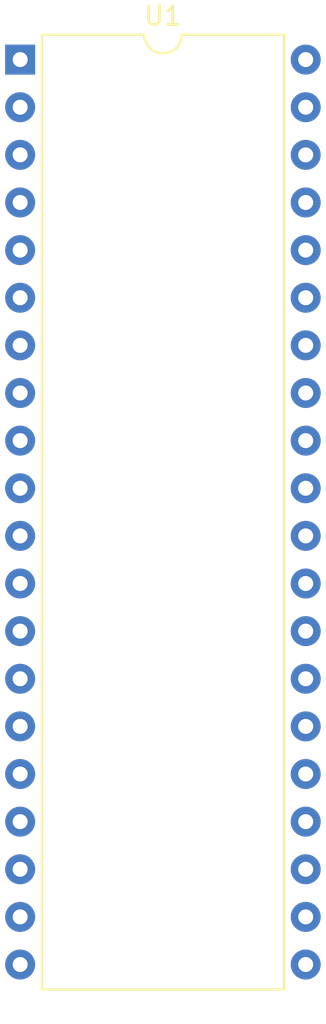
<source format=kicad_pcb>
(kicad_pcb (version 20171130) (host pcbnew 5.1.9-73d0e3b20d~88~ubuntu18.04.1)

  (general
    (thickness 1.6)
    (drawings 0)
    (tracks 0)
    (zones 0)
    (modules 1)
    (nets 2)
  )

  (page A4)
  (layers
    (0 F.Cu signal)
    (31 B.Cu signal)
    (32 B.Adhes user)
    (33 F.Adhes user)
    (34 B.Paste user)
    (35 F.Paste user)
    (36 B.SilkS user)
    (37 F.SilkS user)
    (38 B.Mask user)
    (39 F.Mask user)
    (40 Dwgs.User user)
    (41 Cmts.User user)
    (42 Eco1.User user)
    (43 Eco2.User user)
    (44 Edge.Cuts user)
    (45 Margin user)
    (46 B.CrtYd user)
    (47 F.CrtYd user)
    (48 B.Fab user)
    (49 F.Fab user)
  )

  (setup
    (last_trace_width 0.25)
    (trace_clearance 0.2)
    (zone_clearance 0.508)
    (zone_45_only no)
    (trace_min 0.2)
    (via_size 0.8)
    (via_drill 0.4)
    (via_min_size 0.4)
    (via_min_drill 0.3)
    (uvia_size 0.3)
    (uvia_drill 0.1)
    (uvias_allowed no)
    (uvia_min_size 0.2)
    (uvia_min_drill 0.1)
    (edge_width 0.05)
    (segment_width 0.2)
    (pcb_text_width 0.3)
    (pcb_text_size 1.5 1.5)
    (mod_edge_width 0.12)
    (mod_text_size 1 1)
    (mod_text_width 0.15)
    (pad_size 1.524 1.524)
    (pad_drill 0.762)
    (pad_to_mask_clearance 0)
    (aux_axis_origin 0 0)
    (visible_elements FFFFFF7F)
    (pcbplotparams
      (layerselection 0x010fc_ffffffff)
      (usegerberextensions false)
      (usegerberattributes true)
      (usegerberadvancedattributes true)
      (creategerberjobfile true)
      (excludeedgelayer true)
      (linewidth 0.100000)
      (plotframeref false)
      (viasonmask false)
      (mode 1)
      (useauxorigin false)
      (hpglpennumber 1)
      (hpglpenspeed 20)
      (hpglpendiameter 15.000000)
      (psnegative false)
      (psa4output false)
      (plotreference true)
      (plotvalue true)
      (plotinvisibletext false)
      (padsonsilk false)
      (subtractmaskfromsilk false)
      (outputformat 1)
      (mirror false)
      (drillshape 1)
      (scaleselection 1)
      (outputdirectory ""))
  )

  (net 0 "")
  (net 1 "Net-(U1-Pad11)")

  (net_class Default "This is the default net class."
    (clearance 0.2)
    (trace_width 0.25)
    (via_dia 0.8)
    (via_drill 0.4)
    (uvia_dia 0.3)
    (uvia_drill 0.1)
    (add_net "Net-(U1-Pad1)")
    (add_net "Net-(U1-Pad10)")
    (add_net "Net-(U1-Pad11)")
    (add_net "Net-(U1-Pad12)")
    (add_net "Net-(U1-Pad13)")
    (add_net "Net-(U1-Pad14)")
    (add_net "Net-(U1-Pad15)")
    (add_net "Net-(U1-Pad16)")
    (add_net "Net-(U1-Pad17)")
    (add_net "Net-(U1-Pad18)")
    (add_net "Net-(U1-Pad19)")
    (add_net "Net-(U1-Pad2)")
    (add_net "Net-(U1-Pad20)")
    (add_net "Net-(U1-Pad21)")
    (add_net "Net-(U1-Pad22)")
    (add_net "Net-(U1-Pad23)")
    (add_net "Net-(U1-Pad24)")
    (add_net "Net-(U1-Pad25)")
    (add_net "Net-(U1-Pad26)")
    (add_net "Net-(U1-Pad27)")
    (add_net "Net-(U1-Pad28)")
    (add_net "Net-(U1-Pad29)")
    (add_net "Net-(U1-Pad3)")
    (add_net "Net-(U1-Pad30)")
    (add_net "Net-(U1-Pad32)")
    (add_net "Net-(U1-Pad33)")
    (add_net "Net-(U1-Pad34)")
    (add_net "Net-(U1-Pad35)")
    (add_net "Net-(U1-Pad36)")
    (add_net "Net-(U1-Pad37)")
    (add_net "Net-(U1-Pad38)")
    (add_net "Net-(U1-Pad39)")
    (add_net "Net-(U1-Pad4)")
    (add_net "Net-(U1-Pad40)")
    (add_net "Net-(U1-Pad5)")
    (add_net "Net-(U1-Pad6)")
    (add_net "Net-(U1-Pad7)")
    (add_net "Net-(U1-Pad8)")
    (add_net "Net-(U1-Pad9)")
  )

  (module Package_DIP:DIP-40_W15.24mm (layer F.Cu) (tedit 5A02E8C5) (tstamp 605B8303)
    (at 53.594 39.624)
    (descr "40-lead though-hole mounted DIP package, row spacing 15.24 mm (600 mils)")
    (tags "THT DIP DIL PDIP 2.54mm 15.24mm 600mil")
    (path /605B8E9E)
    (fp_text reference U1 (at 7.62 -2.33) (layer F.SilkS)
      (effects (font (size 1 1) (thickness 0.15)))
    )
    (fp_text value ATmega1284P-PU (at 7.62 50.59) (layer F.Fab)
      (effects (font (size 1 1) (thickness 0.15)))
    )
    (fp_text user %R (at 7.62 24.13) (layer F.Fab)
      (effects (font (size 1 1) (thickness 0.15)))
    )
    (fp_arc (start 7.62 -1.33) (end 6.62 -1.33) (angle -180) (layer F.SilkS) (width 0.12))
    (fp_line (start 1.255 -1.27) (end 14.985 -1.27) (layer F.Fab) (width 0.1))
    (fp_line (start 14.985 -1.27) (end 14.985 49.53) (layer F.Fab) (width 0.1))
    (fp_line (start 14.985 49.53) (end 0.255 49.53) (layer F.Fab) (width 0.1))
    (fp_line (start 0.255 49.53) (end 0.255 -0.27) (layer F.Fab) (width 0.1))
    (fp_line (start 0.255 -0.27) (end 1.255 -1.27) (layer F.Fab) (width 0.1))
    (fp_line (start 6.62 -1.33) (end 1.16 -1.33) (layer F.SilkS) (width 0.12))
    (fp_line (start 1.16 -1.33) (end 1.16 49.59) (layer F.SilkS) (width 0.12))
    (fp_line (start 1.16 49.59) (end 14.08 49.59) (layer F.SilkS) (width 0.12))
    (fp_line (start 14.08 49.59) (end 14.08 -1.33) (layer F.SilkS) (width 0.12))
    (fp_line (start 14.08 -1.33) (end 8.62 -1.33) (layer F.SilkS) (width 0.12))
    (fp_line (start -1.05 -1.55) (end -1.05 49.8) (layer F.CrtYd) (width 0.05))
    (fp_line (start -1.05 49.8) (end 16.3 49.8) (layer F.CrtYd) (width 0.05))
    (fp_line (start 16.3 49.8) (end 16.3 -1.55) (layer F.CrtYd) (width 0.05))
    (fp_line (start 16.3 -1.55) (end -1.05 -1.55) (layer F.CrtYd) (width 0.05))
    (pad 40 thru_hole oval (at 15.24 0) (size 1.6 1.6) (drill 0.8) (layers *.Cu *.Mask))
    (pad 20 thru_hole oval (at 0 48.26) (size 1.6 1.6) (drill 0.8) (layers *.Cu *.Mask))
    (pad 39 thru_hole oval (at 15.24 2.54) (size 1.6 1.6) (drill 0.8) (layers *.Cu *.Mask))
    (pad 19 thru_hole oval (at 0 45.72) (size 1.6 1.6) (drill 0.8) (layers *.Cu *.Mask))
    (pad 38 thru_hole oval (at 15.24 5.08) (size 1.6 1.6) (drill 0.8) (layers *.Cu *.Mask))
    (pad 18 thru_hole oval (at 0 43.18) (size 1.6 1.6) (drill 0.8) (layers *.Cu *.Mask))
    (pad 37 thru_hole oval (at 15.24 7.62) (size 1.6 1.6) (drill 0.8) (layers *.Cu *.Mask))
    (pad 17 thru_hole oval (at 0 40.64) (size 1.6 1.6) (drill 0.8) (layers *.Cu *.Mask))
    (pad 36 thru_hole oval (at 15.24 10.16) (size 1.6 1.6) (drill 0.8) (layers *.Cu *.Mask))
    (pad 16 thru_hole oval (at 0 38.1) (size 1.6 1.6) (drill 0.8) (layers *.Cu *.Mask))
    (pad 35 thru_hole oval (at 15.24 12.7) (size 1.6 1.6) (drill 0.8) (layers *.Cu *.Mask))
    (pad 15 thru_hole oval (at 0 35.56) (size 1.6 1.6) (drill 0.8) (layers *.Cu *.Mask))
    (pad 34 thru_hole oval (at 15.24 15.24) (size 1.6 1.6) (drill 0.8) (layers *.Cu *.Mask))
    (pad 14 thru_hole oval (at 0 33.02) (size 1.6 1.6) (drill 0.8) (layers *.Cu *.Mask))
    (pad 33 thru_hole oval (at 15.24 17.78) (size 1.6 1.6) (drill 0.8) (layers *.Cu *.Mask))
    (pad 13 thru_hole oval (at 0 30.48) (size 1.6 1.6) (drill 0.8) (layers *.Cu *.Mask))
    (pad 32 thru_hole oval (at 15.24 20.32) (size 1.6 1.6) (drill 0.8) (layers *.Cu *.Mask))
    (pad 12 thru_hole oval (at 0 27.94) (size 1.6 1.6) (drill 0.8) (layers *.Cu *.Mask))
    (pad 31 thru_hole oval (at 15.24 22.86) (size 1.6 1.6) (drill 0.8) (layers *.Cu *.Mask)
      (net 1 "Net-(U1-Pad11)"))
    (pad 11 thru_hole oval (at 0 25.4) (size 1.6 1.6) (drill 0.8) (layers *.Cu *.Mask)
      (net 1 "Net-(U1-Pad11)"))
    (pad 30 thru_hole oval (at 15.24 25.4) (size 1.6 1.6) (drill 0.8) (layers *.Cu *.Mask))
    (pad 10 thru_hole oval (at 0 22.86) (size 1.6 1.6) (drill 0.8) (layers *.Cu *.Mask))
    (pad 29 thru_hole oval (at 15.24 27.94) (size 1.6 1.6) (drill 0.8) (layers *.Cu *.Mask))
    (pad 9 thru_hole oval (at 0 20.32) (size 1.6 1.6) (drill 0.8) (layers *.Cu *.Mask))
    (pad 28 thru_hole oval (at 15.24 30.48) (size 1.6 1.6) (drill 0.8) (layers *.Cu *.Mask))
    (pad 8 thru_hole oval (at 0 17.78) (size 1.6 1.6) (drill 0.8) (layers *.Cu *.Mask))
    (pad 27 thru_hole oval (at 15.24 33.02) (size 1.6 1.6) (drill 0.8) (layers *.Cu *.Mask))
    (pad 7 thru_hole oval (at 0 15.24) (size 1.6 1.6) (drill 0.8) (layers *.Cu *.Mask))
    (pad 26 thru_hole oval (at 15.24 35.56) (size 1.6 1.6) (drill 0.8) (layers *.Cu *.Mask))
    (pad 6 thru_hole oval (at 0 12.7) (size 1.6 1.6) (drill 0.8) (layers *.Cu *.Mask))
    (pad 25 thru_hole oval (at 15.24 38.1) (size 1.6 1.6) (drill 0.8) (layers *.Cu *.Mask))
    (pad 5 thru_hole oval (at 0 10.16) (size 1.6 1.6) (drill 0.8) (layers *.Cu *.Mask))
    (pad 24 thru_hole oval (at 15.24 40.64) (size 1.6 1.6) (drill 0.8) (layers *.Cu *.Mask))
    (pad 4 thru_hole oval (at 0 7.62) (size 1.6 1.6) (drill 0.8) (layers *.Cu *.Mask))
    (pad 23 thru_hole oval (at 15.24 43.18) (size 1.6 1.6) (drill 0.8) (layers *.Cu *.Mask))
    (pad 3 thru_hole oval (at 0 5.08) (size 1.6 1.6) (drill 0.8) (layers *.Cu *.Mask))
    (pad 22 thru_hole oval (at 15.24 45.72) (size 1.6 1.6) (drill 0.8) (layers *.Cu *.Mask))
    (pad 2 thru_hole oval (at 0 2.54) (size 1.6 1.6) (drill 0.8) (layers *.Cu *.Mask))
    (pad 21 thru_hole oval (at 15.24 48.26) (size 1.6 1.6) (drill 0.8) (layers *.Cu *.Mask))
    (pad 1 thru_hole rect (at 0 0) (size 1.6 1.6) (drill 0.8) (layers *.Cu *.Mask))
    (model ${KISYS3DMOD}/Package_DIP.3dshapes/DIP-40_W15.24mm.wrl
      (at (xyz 0 0 0))
      (scale (xyz 1 1 1))
      (rotate (xyz 0 0 0))
    )
  )

)

</source>
